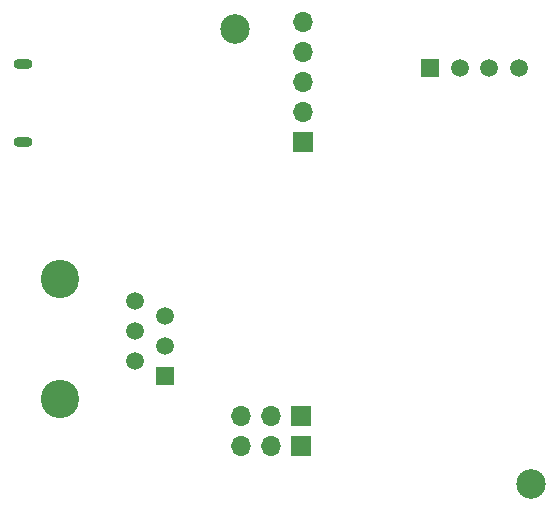
<source format=gbr>
%TF.GenerationSoftware,KiCad,Pcbnew,5.1.12-1.fc35*%
%TF.CreationDate,2021-12-21T00:05:04+01:00*%
%TF.ProjectId,smartmeterreader,736d6172-746d-4657-9465-727265616465,rev?*%
%TF.SameCoordinates,Original*%
%TF.FileFunction,Soldermask,Bot*%
%TF.FilePolarity,Negative*%
%FSLAX46Y46*%
G04 Gerber Fmt 4.6, Leading zero omitted, Abs format (unit mm)*
G04 Created by KiCad (PCBNEW 5.1.12-1.fc35) date 2021-12-21 00:05:04*
%MOMM*%
%LPD*%
G01*
G04 APERTURE LIST*
%ADD10O,1.700000X1.700000*%
%ADD11R,1.700000X1.700000*%
%ADD12C,2.500000*%
%ADD13C,3.250000*%
%ADD14C,1.520000*%
%ADD15R,1.520000X1.520000*%
%ADD16R,1.500000X1.500000*%
%ADD17C,1.500000*%
%ADD18O,1.600000X0.900000*%
G04 APERTURE END LIST*
D10*
%TO.C,J3*%
X146750000Y-76670000D03*
X146750000Y-79210000D03*
X146750000Y-81750000D03*
X146750000Y-84290000D03*
D11*
X146750000Y-86830000D03*
%TD*%
D12*
%TO.C,REF\u002A\u002A*%
X166000000Y-115750000D03*
%TD*%
%TO.C,REF\u002A\u002A*%
X141000000Y-77250000D03*
%TD*%
D13*
%TO.C,J2*%
X126135000Y-98375000D03*
D14*
X132485000Y-100275000D03*
X135025000Y-101545000D03*
X132485000Y-102815000D03*
X135025000Y-104085000D03*
X132485000Y-105355000D03*
D13*
X126135000Y-108535000D03*
D15*
X135025000Y-106625000D03*
%TD*%
D16*
%TO.C,U4*%
X157500000Y-80500000D03*
D17*
X160000000Y-80500000D03*
X162500000Y-80500000D03*
X165000000Y-80500000D03*
%TD*%
D10*
%TO.C,JP2*%
X141478000Y-109982000D03*
X144018000Y-109982000D03*
D11*
X146558000Y-109982000D03*
%TD*%
D10*
%TO.C,JP1*%
X141478000Y-112522000D03*
X144018000Y-112522000D03*
D11*
X146558000Y-112522000D03*
%TD*%
D18*
%TO.C,J1*%
X123000000Y-86800000D03*
X123000000Y-80200000D03*
%TD*%
M02*

</source>
